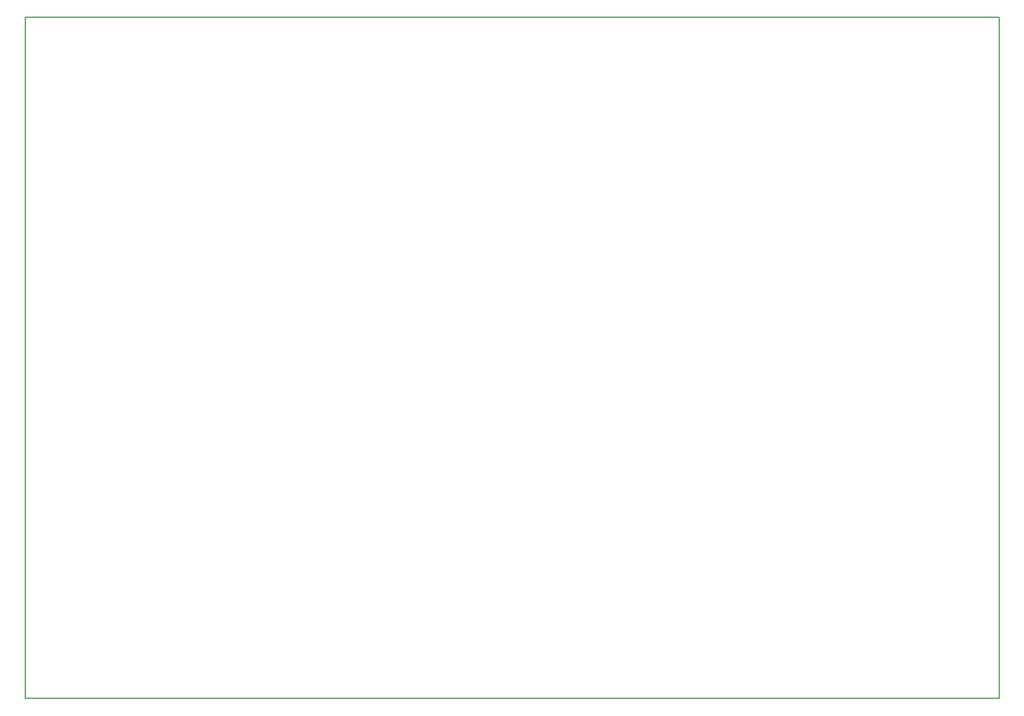
<source format=gbr>
%TF.GenerationSoftware,KiCad,Pcbnew,8.0.6*%
%TF.CreationDate,2024-11-05T12:51:12-06:00*%
%TF.ProjectId,GameBoardMatrix,47616d65-426f-4617-9264-4d6174726978,rev?*%
%TF.SameCoordinates,Original*%
%TF.FileFunction,Profile,NP*%
%FSLAX46Y46*%
G04 Gerber Fmt 4.6, Leading zero omitted, Abs format (unit mm)*
G04 Created by KiCad (PCBNEW 8.0.6) date 2024-11-05 12:51:12*
%MOMM*%
%LPD*%
G01*
G04 APERTURE LIST*
%TA.AperFunction,Profile*%
%ADD10C,0.200000*%
%TD*%
G04 APERTURE END LIST*
D10*
X20200000Y-12250000D02*
X173500000Y-12250000D01*
X173500000Y-119500000D01*
X20200000Y-119500000D01*
X20200000Y-12250000D01*
M02*

</source>
